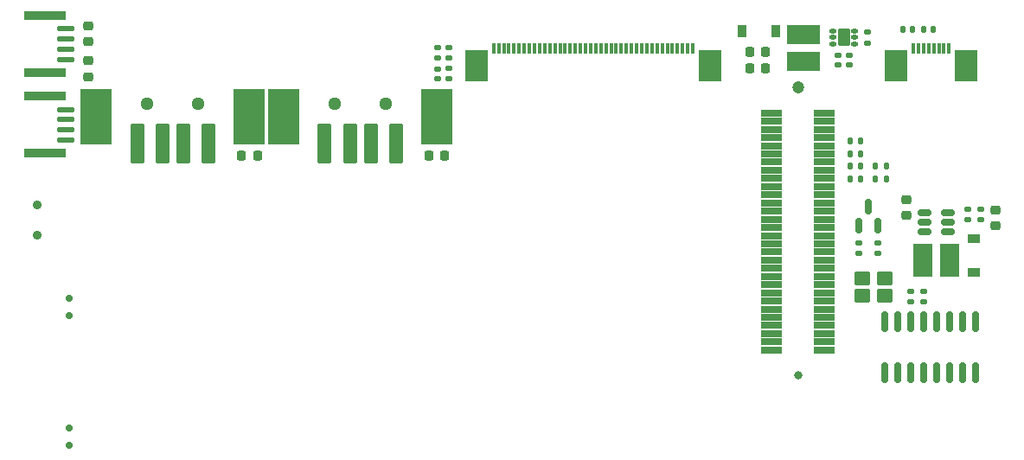
<source format=gts>
G04 #@! TF.GenerationSoftware,KiCad,Pcbnew,(6.0.4)*
G04 #@! TF.CreationDate,2022-05-11T13:02:33+08:00*
G04 #@! TF.ProjectId,A133CoreDK-LCDdeck,41313333-436f-4726-9544-4b2d4c434464,rev?*
G04 #@! TF.SameCoordinates,Original*
G04 #@! TF.FileFunction,Soldermask,Top*
G04 #@! TF.FilePolarity,Negative*
%FSLAX46Y46*%
G04 Gerber Fmt 4.6, Leading zero omitted, Abs format (unit mm)*
G04 Created by KiCad (PCBNEW (6.0.4)) date 2022-05-11 13:02:33*
%MOMM*%
%LPD*%
G01*
G04 APERTURE LIST*
G04 Aperture macros list*
%AMRoundRect*
0 Rectangle with rounded corners*
0 $1 Rounding radius*
0 $2 $3 $4 $5 $6 $7 $8 $9 X,Y pos of 4 corners*
0 Add a 4 corners polygon primitive as box body*
4,1,4,$2,$3,$4,$5,$6,$7,$8,$9,$2,$3,0*
0 Add four circle primitives for the rounded corners*
1,1,$1+$1,$2,$3*
1,1,$1+$1,$4,$5*
1,1,$1+$1,$6,$7*
1,1,$1+$1,$8,$9*
0 Add four rect primitives between the rounded corners*
20,1,$1+$1,$2,$3,$4,$5,0*
20,1,$1+$1,$4,$5,$6,$7,0*
20,1,$1+$1,$6,$7,$8,$9,0*
20,1,$1+$1,$8,$9,$2,$3,0*%
G04 Aperture macros list end*
%ADD10RoundRect,0.140000X0.140000X0.170000X-0.140000X0.170000X-0.140000X-0.170000X0.140000X-0.170000X0*%
%ADD11RoundRect,0.140000X0.170000X-0.140000X0.170000X0.140000X-0.170000X0.140000X-0.170000X-0.140000X0*%
%ADD12RoundRect,0.150000X0.150000X-0.587500X0.150000X0.587500X-0.150000X0.587500X-0.150000X-0.587500X0*%
%ADD13RoundRect,0.225000X-0.225000X-0.250000X0.225000X-0.250000X0.225000X0.250000X-0.225000X0.250000X0*%
%ADD14RoundRect,0.135000X-0.185000X0.135000X-0.185000X-0.135000X0.185000X-0.135000X0.185000X0.135000X0*%
%ADD15R,1.200000X0.900000*%
%ADD16R,0.900000X1.200000*%
%ADD17RoundRect,0.135000X0.135000X0.185000X-0.135000X0.185000X-0.135000X-0.185000X0.135000X-0.185000X0*%
%ADD18RoundRect,0.050800X-0.700000X-0.600000X0.700000X-0.600000X0.700000X0.600000X-0.700000X0.600000X0*%
%ADD19C,0.800000*%
%ADD20C,1.200000*%
%ADD21RoundRect,0.050800X-1.000000X0.250000X-1.000000X-0.250000X1.000000X-0.250000X1.000000X0.250000X0*%
%ADD22RoundRect,0.050800X-2.000250X0.400050X-2.000250X-0.400050X2.000250X-0.400050X2.000250X0.400050X0*%
%ADD23RoundRect,0.050800X-0.800100X0.199400X-0.800100X-0.199400X0.800100X-0.199400X0.800100X0.199400X0*%
%ADD24RoundRect,0.050800X-1.559550X0.900450X-1.559550X-0.900450X1.559550X-0.900450X1.559550X0.900450X0*%
%ADD25RoundRect,0.135000X0.185000X-0.135000X0.185000X0.135000X-0.185000X0.135000X-0.185000X-0.135000X0*%
%ADD26RoundRect,0.050800X-0.900450X-1.559550X0.900450X-1.559550X0.900450X1.559550X-0.900450X1.559550X0*%
%ADD27O,0.708700X0.464800*%
%ADD28RoundRect,0.050800X0.500400X-0.800100X0.500400X0.800100X-0.500400X0.800100X-0.500400X-0.800100X0*%
%ADD29RoundRect,0.225000X-0.250000X0.225000X-0.250000X-0.225000X0.250000X-0.225000X0.250000X0.225000X0*%
%ADD30RoundRect,0.225000X0.250000X-0.225000X0.250000X0.225000X-0.250000X0.225000X-0.250000X-0.225000X0*%
%ADD31RoundRect,0.140000X-0.140000X-0.170000X0.140000X-0.170000X0.140000X0.170000X-0.140000X0.170000X0*%
%ADD32RoundRect,0.225000X0.225000X0.250000X-0.225000X0.250000X-0.225000X-0.250000X0.225000X-0.250000X0*%
%ADD33RoundRect,0.150000X0.150000X-0.850000X0.150000X0.850000X-0.150000X0.850000X-0.150000X-0.850000X0*%
%ADD34C,1.300500*%
%ADD35RoundRect,0.050800X0.599450X1.899900X-0.599450X1.899900X-0.599450X-1.899900X0.599450X-1.899900X0*%
%ADD36RoundRect,0.050800X1.499850X2.650500X-1.499850X2.650500X-1.499850X-2.650500X1.499850X-2.650500X0*%
%ADD37R,0.300000X1.100000*%
%ADD38R,2.300000X3.100000*%
%ADD39RoundRect,0.150000X0.512500X0.150000X-0.512500X0.150000X-0.512500X-0.150000X0.512500X-0.150000X0*%
%ADD40C,0.701000*%
%ADD41C,0.899200*%
G04 APERTURE END LIST*
D10*
X181201000Y-63652400D03*
X180241000Y-63652400D03*
D11*
X180975000Y-90294400D03*
X180975000Y-89334400D03*
X182245000Y-90294400D03*
X182245000Y-89334400D03*
D12*
X175884800Y-82875600D03*
X177784800Y-82875600D03*
X176834800Y-81000600D03*
D13*
X165235600Y-65848200D03*
X166785600Y-65848200D03*
D11*
X173884600Y-67158800D03*
X173884600Y-66198800D03*
D14*
X187876211Y-81253659D03*
X187876211Y-82273659D03*
D15*
X187215811Y-84126859D03*
X187215811Y-87426859D03*
D16*
X164487600Y-63834000D03*
X167787600Y-63834000D03*
D14*
X135826500Y-67508600D03*
X135826500Y-68528600D03*
D17*
X176100200Y-74574400D03*
X175080200Y-74574400D03*
D18*
X176293500Y-89775000D03*
X178493700Y-89775000D03*
X178493700Y-88025000D03*
X176293500Y-88025000D03*
D11*
X175002200Y-67158800D03*
X175002200Y-66198800D03*
D19*
X169964000Y-97559100D03*
D20*
X169964000Y-69359300D03*
D21*
X167364000Y-71859100D03*
X167364000Y-72659200D03*
X167364000Y-73459100D03*
X167364000Y-74259200D03*
X167364000Y-75059300D03*
X167364000Y-75859100D03*
X167364000Y-76659200D03*
X167364000Y-77459100D03*
X167364000Y-78259200D03*
X167364000Y-79059300D03*
X167364000Y-79859100D03*
X167364000Y-80659200D03*
X167364000Y-81459300D03*
X167364000Y-82259200D03*
X167364000Y-83059300D03*
X167364000Y-83859100D03*
X167364000Y-84659200D03*
X167364000Y-85459300D03*
X167364000Y-86259200D03*
X167364000Y-87059300D03*
X167364000Y-87859100D03*
X167364000Y-88659200D03*
X167364000Y-89459300D03*
X167364000Y-90259200D03*
X167364000Y-91059300D03*
X167364000Y-91859100D03*
X167364000Y-92659200D03*
X167364000Y-93459300D03*
X167364000Y-94259200D03*
X167364000Y-95059300D03*
X172563900Y-71859100D03*
X172563900Y-72659200D03*
X172563900Y-73459100D03*
X172563900Y-74259200D03*
X172563900Y-75059300D03*
X172563900Y-75859100D03*
X172563900Y-76659200D03*
X172563900Y-77459100D03*
X172563900Y-78259200D03*
X172563900Y-79059300D03*
X172563900Y-79859100D03*
X172563900Y-80659200D03*
X172563900Y-81459300D03*
X172563900Y-82259200D03*
X172563900Y-83059300D03*
X172563900Y-83859100D03*
X172563900Y-84659200D03*
X172563900Y-85459300D03*
X172563900Y-86259200D03*
X172563900Y-87059300D03*
X172563900Y-87859100D03*
X172563900Y-88659200D03*
X172563900Y-89459300D03*
X172563900Y-90259200D03*
X172563900Y-91059300D03*
X172563900Y-91859100D03*
X172563900Y-92659200D03*
X172563900Y-93459300D03*
X172563900Y-94259200D03*
X172564200Y-95059300D03*
D22*
X96285100Y-75798700D03*
X96285100Y-70200500D03*
D23*
X98281500Y-71501000D03*
X98281500Y-72501800D03*
X98281500Y-73502500D03*
X98281500Y-74500700D03*
D24*
X170481000Y-66788000D03*
X170481000Y-64182000D03*
D25*
X177784800Y-85572300D03*
X177784800Y-84552300D03*
D17*
X178589400Y-77063600D03*
X177569400Y-77063600D03*
D13*
X165235600Y-67448400D03*
X166785600Y-67448400D03*
D26*
X184785011Y-86310259D03*
X182179011Y-86310259D03*
D27*
X175472100Y-65119200D03*
X175472100Y-64469000D03*
X175472100Y-63818800D03*
X173414700Y-63818800D03*
X173414700Y-64469000D03*
X173414700Y-65119200D03*
D28*
X174443400Y-64469000D03*
D17*
X176100200Y-78308200D03*
X175080200Y-78308200D03*
D11*
X134683500Y-68498600D03*
X134683500Y-67538600D03*
D29*
X100457000Y-63309200D03*
X100457000Y-64859200D03*
D25*
X186580811Y-82273659D03*
X186580811Y-81253659D03*
D17*
X176100200Y-77063600D03*
X175080200Y-77063600D03*
D30*
X189273211Y-82919659D03*
X189273211Y-81369659D03*
D17*
X178589400Y-78308200D03*
X177569400Y-78308200D03*
D30*
X180535611Y-81878259D03*
X180535611Y-80328259D03*
D31*
X182247600Y-63652400D03*
X183207600Y-63652400D03*
D14*
X175884800Y-84552300D03*
X175884800Y-85572300D03*
D22*
X96285100Y-62301100D03*
X96285100Y-67899300D03*
D23*
X98281500Y-63601600D03*
X98281500Y-64602400D03*
X98281500Y-65603100D03*
X98281500Y-66601300D03*
D17*
X176100200Y-75819000D03*
X175080200Y-75819000D03*
D32*
X135402600Y-75996800D03*
X133852600Y-75996800D03*
D11*
X135826500Y-66441200D03*
X135826500Y-65481200D03*
D25*
X176754800Y-64979000D03*
X176754800Y-63959000D03*
D33*
X178435000Y-97318200D03*
X179705000Y-97318200D03*
X180975000Y-97318200D03*
X182245000Y-97318200D03*
X183515000Y-97318200D03*
X184785000Y-97318200D03*
X186055000Y-97318200D03*
X187325000Y-97318200D03*
X187325000Y-92318200D03*
X186055000Y-92318200D03*
X184785000Y-92318200D03*
X183515000Y-92318200D03*
X182245000Y-92318200D03*
X180975000Y-92318200D03*
X179705000Y-92318200D03*
X178435000Y-92318200D03*
D34*
X129626400Y-70942160D03*
X124627600Y-70942160D03*
D35*
X130632200Y-74843660D03*
X128132800Y-74843660D03*
X126131300Y-74843660D03*
X123632000Y-74843660D03*
D36*
X134627600Y-72242660D03*
X119626400Y-72242660D03*
D30*
X100457000Y-68288200D03*
X100457000Y-66738200D03*
D37*
X140168800Y-65512200D03*
X140668800Y-65512200D03*
X141168800Y-65512200D03*
X141668800Y-65512200D03*
X142168800Y-65512200D03*
X142668800Y-65512200D03*
X143168800Y-65512200D03*
X143668800Y-65512200D03*
X144168800Y-65512200D03*
X144668800Y-65512200D03*
X145168800Y-65512200D03*
X145668800Y-65512200D03*
X146168800Y-65512200D03*
X146668800Y-65512200D03*
X147168800Y-65512200D03*
X147668800Y-65512200D03*
X148168800Y-65512200D03*
X148668800Y-65512200D03*
X149168800Y-65512200D03*
X149668800Y-65512200D03*
X150168800Y-65512200D03*
X150668800Y-65512200D03*
X151168800Y-65512200D03*
X151668800Y-65512200D03*
X152168800Y-65512200D03*
X152668800Y-65512200D03*
X153168800Y-65512200D03*
X153668800Y-65512200D03*
X154168800Y-65512200D03*
X154668800Y-65512200D03*
X155168800Y-65512200D03*
X155668800Y-65512200D03*
X156168800Y-65512200D03*
X156668800Y-65512200D03*
X157168800Y-65512200D03*
X157668800Y-65512200D03*
X158168800Y-65512200D03*
X158668800Y-65512200D03*
X159168800Y-65512200D03*
X159668800Y-65512200D03*
D38*
X138498800Y-67212200D03*
X161338800Y-67212200D03*
D34*
X106263400Y-70942160D03*
X111262200Y-70942160D03*
D35*
X112268000Y-74843660D03*
X109768600Y-74843660D03*
X107767100Y-74843660D03*
X105267800Y-74843660D03*
D36*
X101262200Y-72242660D03*
X116263400Y-72242660D03*
D32*
X117038400Y-75996800D03*
X115488400Y-75996800D03*
D39*
X184644911Y-83475659D03*
X184644911Y-82525659D03*
X184644911Y-81575659D03*
X182369911Y-81575659D03*
X182369911Y-82525659D03*
X182369911Y-83475659D03*
D37*
X181257000Y-65512200D03*
X181757000Y-65512200D03*
X182257000Y-65512200D03*
X182757000Y-65512200D03*
X183257000Y-65512200D03*
X183757000Y-65512200D03*
X184257000Y-65512200D03*
X184757000Y-65512200D03*
D38*
X179587000Y-67212200D03*
X186427000Y-67212200D03*
D11*
X134683500Y-66441200D03*
X134683500Y-65481200D03*
D40*
X98629475Y-89978250D03*
X98629475Y-91680050D03*
X98629475Y-102703650D03*
X98629475Y-104405450D03*
D41*
X95459500Y-83820000D03*
X95459500Y-80820300D03*
M02*

</source>
